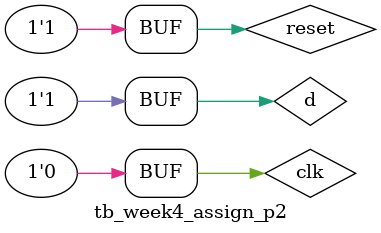
<source format=sv>
module tb_week4_assign_p2();
//declare necessary logic
	logic clk;
	logic reset;
	logic d;
	logic[2:0] y;

//init DUT
counterFSM DUT(.clk,.reset,.d,.y);

//generate clock
always begin
	clk = 1; #5;
	clk = 0; #5;
end

initial begin
	//reset to start state
	reset <= 1; 
	d <= 0;	#10;
	//let it go
	reset <=0;
	//needs to travel through 8 states and back, so 8 clks
	#80;
	//reverse direction 
	d<= 1;
	//just go halfway then reset to test
	#40;
	reset = 1;
end
endmodule




	
</source>
